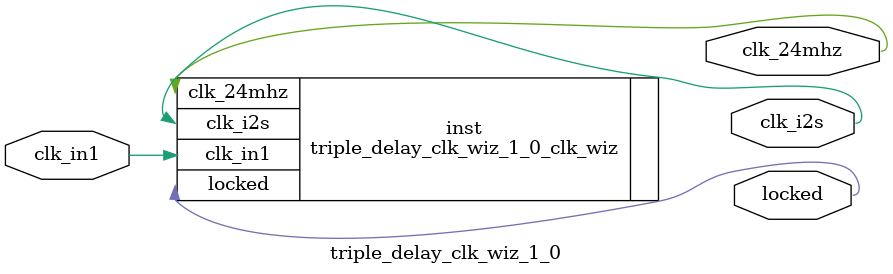
<source format=v>


`timescale 1ps/1ps

(* CORE_GENERATION_INFO = "triple_delay_clk_wiz_1_0,clk_wiz_v6_0_11_0_0,{component_name=triple_delay_clk_wiz_1_0,use_phase_alignment=true,use_min_o_jitter=false,use_max_i_jitter=false,use_dyn_phase_shift=false,use_inclk_switchover=false,use_dyn_reconfig=false,enable_axi=0,feedback_source=FDBK_AUTO,PRIMITIVE=MMCM,num_out_clk=2,clkin1_period=8.138,clkin2_period=10.000,use_power_down=false,use_reset=false,use_locked=true,use_inclk_stopped=false,feedback_type=SINGLE,CLOCK_MGR_TYPE=NA,manual_override=false}" *)

module triple_delay_clk_wiz_1_0 
 (
  // Clock out ports
  output        clk_i2s,
  output        clk_24mhz,
  // Status and control signals
  output        locked,
 // Clock in ports
  input         clk_in1
 );

  triple_delay_clk_wiz_1_0_clk_wiz inst
  (
  // Clock out ports  
  .clk_i2s(clk_i2s),
  .clk_24mhz(clk_24mhz),
  // Status and control signals               
  .locked(locked),
 // Clock in ports
  .clk_in1(clk_in1)
  );

endmodule

</source>
